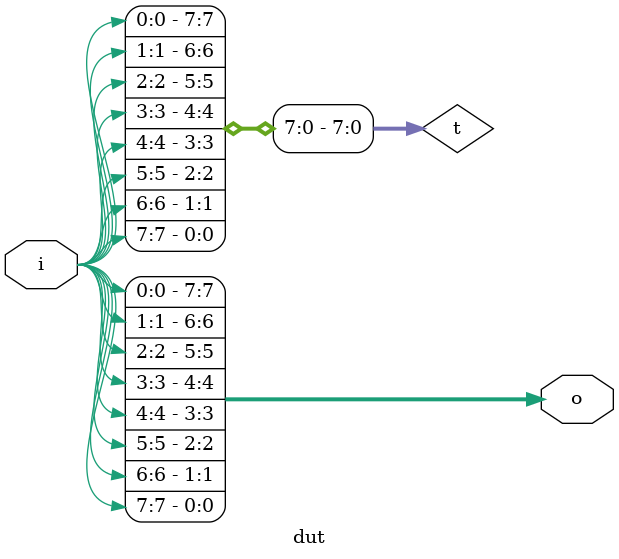
<source format=sv>
/* Generated by Synlig (git sha1 d15506788, g++ 12.2.0-14 -fPIC -O3) */

(* dynports =  1  *)
(* top =  1  *)
(* src = "/root/synlig/synlig/tests/simple_tests/StreamOpImplicitSliceSize/dut.sv:2.1-13.10" *)
module dut(i, o);
  (* src = "/root/synlig/synlig/tests/simple_tests/StreamOpImplicitSliceSize/dut.sv:3.24-3.25" *)
  input [7:0] i;
  wire [7:0] i;
  (* src = "/root/synlig/synlig/tests/simple_tests/StreamOpImplicitSliceSize/dut.sv:3.46-3.47" *)
  output [7:0] o;
  wire [7:0] o;
  (* src = "/root/synlig/synlig/tests/simple_tests/StreamOpImplicitSliceSize/dut.sv:5.19-5.20" *)
  (* unused_bits = "8 9 10 11 12 13 14 15 16 17 18 19 20 21 22 23 24 25 26 27 28 29 30 31" *)
  wire [31:0] t;
  assign o = { i[0], i[1], i[2], i[3], i[4], i[5], i[6], i[7] };
  assign t[7:0] = { i[0], i[1], i[2], i[3], i[4], i[5], i[6], i[7] };
endmodule

</source>
